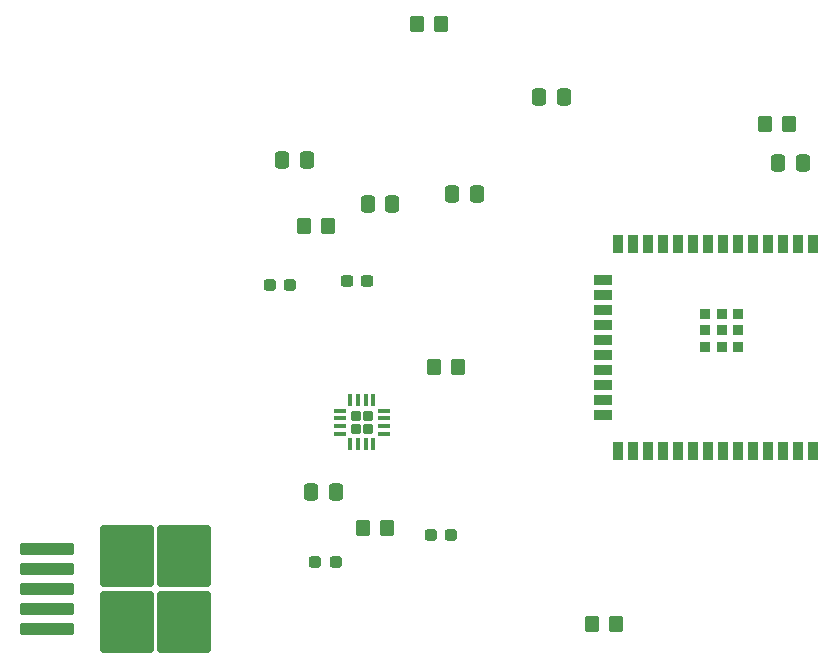
<source format=gbr>
%TF.GenerationSoftware,KiCad,Pcbnew,8.0.8*%
%TF.CreationDate,2025-03-31T15:18:46-05:00*%
%TF.ProjectId,group1_battlebot,67726f75-7031-45f6-9261-74746c65626f,rev?*%
%TF.SameCoordinates,Original*%
%TF.FileFunction,Paste,Top*%
%TF.FilePolarity,Positive*%
%FSLAX46Y46*%
G04 Gerber Fmt 4.6, Leading zero omitted, Abs format (unit mm)*
G04 Created by KiCad (PCBNEW 8.0.8) date 2025-03-31 15:18:46*
%MOMM*%
%LPD*%
G01*
G04 APERTURE LIST*
G04 Aperture macros list*
%AMRoundRect*
0 Rectangle with rounded corners*
0 $1 Rounding radius*
0 $2 $3 $4 $5 $6 $7 $8 $9 X,Y pos of 4 corners*
0 Add a 4 corners polygon primitive as box body*
4,1,4,$2,$3,$4,$5,$6,$7,$8,$9,$2,$3,0*
0 Add four circle primitives for the rounded corners*
1,1,$1+$1,$2,$3*
1,1,$1+$1,$4,$5*
1,1,$1+$1,$6,$7*
1,1,$1+$1,$8,$9*
0 Add four rect primitives between the rounded corners*
20,1,$1+$1,$2,$3,$4,$5,0*
20,1,$1+$1,$4,$5,$6,$7,0*
20,1,$1+$1,$6,$7,$8,$9,0*
20,1,$1+$1,$8,$9,$2,$3,0*%
G04 Aperture macros list end*
%ADD10RoundRect,0.250000X-0.350000X-0.450000X0.350000X-0.450000X0.350000X0.450000X-0.350000X0.450000X0*%
%ADD11RoundRect,0.237500X0.287500X0.237500X-0.287500X0.237500X-0.287500X-0.237500X0.287500X-0.237500X0*%
%ADD12RoundRect,0.250000X-0.337500X-0.475000X0.337500X-0.475000X0.337500X0.475000X-0.337500X0.475000X0*%
%ADD13RoundRect,0.250000X-2.050000X-0.300000X2.050000X-0.300000X2.050000X0.300000X-2.050000X0.300000X0*%
%ADD14RoundRect,0.250000X-2.025000X-2.375000X2.025000X-2.375000X2.025000X2.375000X-2.025000X2.375000X0*%
%ADD15R,0.900000X1.500000*%
%ADD16R,1.500000X0.900000*%
%ADD17R,0.900000X0.900000*%
%ADD18RoundRect,0.237500X-0.287500X-0.237500X0.287500X-0.237500X0.287500X0.237500X-0.287500X0.237500X0*%
%ADD19RoundRect,0.237500X0.300000X0.237500X-0.300000X0.237500X-0.300000X-0.237500X0.300000X-0.237500X0*%
%ADD20RoundRect,0.220000X0.220000X0.220000X-0.220000X0.220000X-0.220000X-0.220000X0.220000X-0.220000X0*%
%ADD21RoundRect,0.087500X0.425000X0.087500X-0.425000X0.087500X-0.425000X-0.087500X0.425000X-0.087500X0*%
%ADD22RoundRect,0.087500X0.087500X0.425000X-0.087500X0.425000X-0.087500X-0.425000X0.087500X-0.425000X0*%
G04 APERTURE END LIST*
D10*
%TO.C,R3*%
X73091800Y-80873600D03*
X75091800Y-80873600D03*
%TD*%
D11*
%TO.C,L3*%
X74549000Y-95148400D03*
X72799000Y-95148400D03*
%TD*%
D12*
%TO.C,C3*%
X67466300Y-67106800D03*
X69541300Y-67106800D03*
%TD*%
%TO.C,C8*%
X81999000Y-58064400D03*
X84074000Y-58064400D03*
%TD*%
D10*
%TO.C,R7*%
X62109600Y-68986400D03*
X64109600Y-68986400D03*
%TD*%
D13*
%TO.C,U4*%
X40326000Y-96320400D03*
X40326000Y-98020400D03*
X40326000Y-99720400D03*
D14*
X47051000Y-96945400D03*
X47051000Y-102495400D03*
X51901000Y-96945400D03*
X51901000Y-102495400D03*
D13*
X40326000Y-101420400D03*
X40326000Y-103120400D03*
%TD*%
D12*
%TO.C,C4*%
X62669600Y-91490800D03*
X64744600Y-91490800D03*
%TD*%
%TO.C,C6*%
X74607600Y-66243200D03*
X76682600Y-66243200D03*
%TD*%
D15*
%TO.C,U6*%
X105156000Y-70523400D03*
X103886000Y-70523400D03*
X102616000Y-70523400D03*
X101346000Y-70523400D03*
X100076000Y-70523400D03*
X98806000Y-70523400D03*
X97536000Y-70523400D03*
X96266000Y-70523400D03*
X94996000Y-70523400D03*
X93726000Y-70523400D03*
X92456000Y-70523400D03*
X91186000Y-70523400D03*
X89916000Y-70523400D03*
X88646000Y-70523400D03*
D16*
X87396000Y-73563400D03*
X87396000Y-74833400D03*
X87396000Y-76103400D03*
X87396000Y-77373400D03*
X87396000Y-78643400D03*
X87396000Y-79913400D03*
X87396000Y-81183400D03*
X87396000Y-82453400D03*
X87396000Y-83723400D03*
X87396000Y-84993400D03*
D15*
X88646000Y-88023400D03*
X89916000Y-88023400D03*
X91186000Y-88023400D03*
X92456000Y-88023400D03*
X93726000Y-88023400D03*
X94996000Y-88023400D03*
X96266000Y-88023400D03*
X97536000Y-88023400D03*
X98806000Y-88023400D03*
X100076000Y-88023400D03*
X101346000Y-88023400D03*
X102616000Y-88023400D03*
X103886000Y-88023400D03*
X105156000Y-88023400D03*
D17*
X98836000Y-76373400D03*
X97436000Y-76373400D03*
X96036000Y-76373400D03*
X98836000Y-77773400D03*
X97436000Y-77773400D03*
X96036000Y-77773400D03*
X98836000Y-79173400D03*
X97436000Y-79173400D03*
X96036000Y-79173400D03*
%TD*%
D18*
%TO.C,L2*%
X63045400Y-97383600D03*
X64795400Y-97383600D03*
%TD*%
D10*
%TO.C,R6*%
X101108000Y-60350400D03*
X103108000Y-60350400D03*
%TD*%
%TO.C,R5*%
X86487000Y-102641400D03*
X88487000Y-102641400D03*
%TD*%
D19*
%TO.C,C5*%
X67410500Y-73660000D03*
X65685500Y-73660000D03*
%TD*%
D18*
%TO.C,L1*%
X59170600Y-73964800D03*
X60920600Y-73964800D03*
%TD*%
D12*
%TO.C,C9*%
X102213500Y-63652400D03*
X104288500Y-63652400D03*
%TD*%
D10*
%TO.C,R4*%
X71644000Y-51841400D03*
X73644000Y-51841400D03*
%TD*%
%TO.C,R2*%
X67062600Y-94538800D03*
X69062600Y-94538800D03*
%TD*%
D20*
%TO.C,U3*%
X67492000Y-86110200D03*
X67492000Y-85060200D03*
X66442000Y-86110200D03*
X66442000Y-85060200D03*
D21*
X68829500Y-86560200D03*
X68829500Y-85910200D03*
X68829500Y-85260200D03*
X68829500Y-84610200D03*
D22*
X67942000Y-83722700D03*
X67292000Y-83722700D03*
X66642000Y-83722700D03*
X65992000Y-83722700D03*
D21*
X65104500Y-84610200D03*
X65104500Y-85260200D03*
X65104500Y-85910200D03*
X65104500Y-86560200D03*
D22*
X65992000Y-87447700D03*
X66642000Y-87447700D03*
X67292000Y-87447700D03*
X67942000Y-87447700D03*
%TD*%
D12*
%TO.C,C7*%
X60252700Y-63398400D03*
X62327700Y-63398400D03*
%TD*%
M02*

</source>
